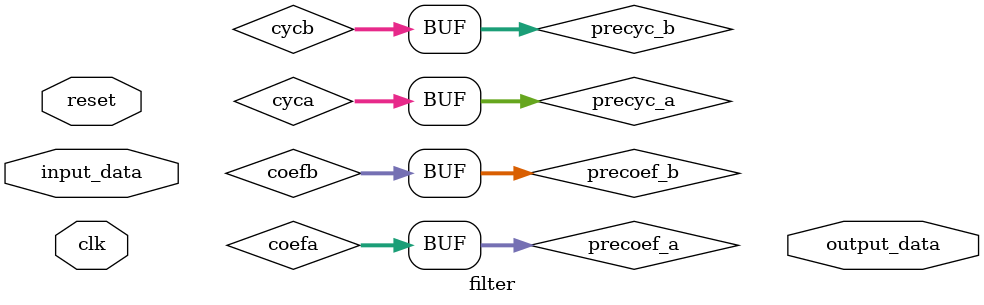
<source format=v>
`timescale 1ns / 1ps
module filter(
    input clk,
    input [23:0] input_data,
    input reset,
    output reg[23:0] output_data 
	
	);
	
	
	reg [23:0] x_cyc[11:0];//this is the cycling of the data words through the filter
	reg [23:0] y_cyc[11:0];
	
	reg signed[23:0] x_coef[11:0];//coefficients for the A and B terms
	reg signed[23:0] y_coef[11:0];
	
	parameter num_coef = 11; //number of 
	
	//------------------------------------------------------------------------------------------
	wire [23:0]coefa;
	wire [23:0]cyca;
	wire [23:0]coefb;
	wire [23:0]cycb;
	
	reg  [23:0] precoef_a;
	reg  [23:0] precyc_a;
	reg  [23:0] precoef_b;
	reg  [23:0] precyc_b;
	
	reg signed [31:0] pre_accumulateda;
	reg signed [31:0] pre_accumulatedb;
	wire signed[31:0]accumulateda ;
	wire signed[31:0]accumulatedb ;
	
	
	multiply multa(coefa, cyca, accumulateda);
   multiply multb(coefb, cycb, accumulatedb);

	assign coefa = precoef_a;
	assign cyca = precyc_a;
	assign coefb = precoef_b;
	assign cycb = precyc_b;
	
	reg signed [31:0] accumulated_totals[10:0];
	

	//------------------------------------------------------------------------------------------

   reg signed [31:0] preout;

	//reg counter;
	reg counter = 2'd0;
	
	reg mult_clk;
	
	
	always
		begin
		 #(1/11) mult_clk = ~clk;
		end
	
	always@(posedge mult_clk)
	begin
	
	if (counter == 2'd10)
		begin
		precoef_a <=  y_coef[counter+1];
		precyc_a <= y_cyc[counter];
		
		precoef_b <= x_coef[counter];
		precyc_b  <= x_cyc[counter];
		
		//pre_accumulateda[counter]<= accumulateda;
		//pre_accumulatedb[counter]<= accumulatedb;
		counter = 2'd0;
		end
	else
		begin
		precoef_a <=  y_coef[counter+1];
		precyc_a <= y_cyc[counter];
		
		precoef_b <= x_coef[counter];
		precyc_b  <= x_cyc[counter];
		
		//pre_accumulateda[counter]<= accumulateda;
		//pre_accumulatedb[counter]<= accumulatedb;
		counter = counter + 2'd1;
		end
		
		pre_accumulateda[counter]<= accumulateda;
		pre_accumulatedb[counter]<= accumulatedb;
   end	
		  
	always@(posedge clk or posedge reset)
	begin
		if(reset)//set the coefficient buffers to 
			begin
				y_cyc[11] <= 'd0;//extra term
				y_cyc[10] <= 'd0;
				y_cyc[9]  <= 'd0;
				y_cyc[8]  <= 'd0;
				y_cyc[7]  <= 'd0;
				y_cyc[6]  <= 'd0;
				y_cyc[5]  <= 'd0;
				y_cyc[4]  <= 'd0;
				y_cyc[3]  <= 'd0;
				y_cyc[2]  <= 'd0;
				y_cyc[1]  <= 'd0;
				y_cyc[0]  <= 'd0;
				
				x_cyc[11] <= 'd0;//extra term 
				x_cyc[10] <= 'd0;
				x_cyc[9]  <= 'd0;
				x_cyc[8]  <= 'd0;
				x_cyc[7]  <= 'd0;
				x_cyc[6]  <= 'd0;
				x_cyc[5]  <= 'd0;
				x_cyc[4]  <= 'd0;
				x_cyc[3]  <= 'd0;
				x_cyc[2]  <= 'd0;
				x_cyc[1]  <= 'd0;
			end
		else
			begin
			   y_cyc[11] <= y_cyc[10];//extra
				y_cyc[10] <= y_cyc[9];
				y_cyc[9]  <= y_cyc[8];
				y_cyc[8]  <= y_cyc[7];
				y_cyc[7]  <= y_cyc[6];
				y_cyc[6]  <= y_cyc[5];
				y_cyc[5]  <= y_cyc[4];
				y_cyc[4]  <= y_cyc[3];
				y_cyc[3]  <= y_cyc[2];
				y_cyc[2]  <= y_cyc[1];
				y_cyc[1]  <= y_cyc[0];
				y_cyc[0]  <= output_data;
				
				x_cyc[11] <= x_cyc[10];//extra
				x_cyc[10] <= x_cyc[9];
				x_cyc[9]  <= x_cyc[8];
				x_cyc[8]  <= x_cyc[7];
				x_cyc[7]  <= x_cyc[6];
				x_cyc[6]  <= x_cyc[5];
				x_cyc[5]  <= x_cyc[4];
				x_cyc[4]  <= x_cyc[3];
				x_cyc[3]  <= x_cyc[2];
				x_cyc[2]  <= x_cyc[1];
				x_cyc[1]  <= x_cyc[0];
				x_cyc[0]  <= input_data;
				
				/*output_data <= (1/y_coef[0])*((pre_accumulatedb[0]+ pre_accumulatedb[1]+ pre_accumulatedb[2]+pre_accumulatedb[3]+pre_accumulatedb[4]+
									pre_accumulatedb[5]+pre_accumulatedb[6]+pre_accumulatedb[7]+pre_accumulatedb[8]+ pre_accumulatedb[9]+ pre_accumulatedb[10])-
									(pre_accumulateda[0]+ pre_accumulateda[1]+ pre_accumulateda[2]+pre_accumulateda[3]+pre_accumulateda[4]+
									pre_accumulateda[5]+pre_accumulateda[6]+pre_accumulateda[7]+pre_accumulateda[8]+ pre_accumulateda[9]+ pre_accumulateda[10]));*/
			end
	
	end
	
	


	
endmodule

</source>
